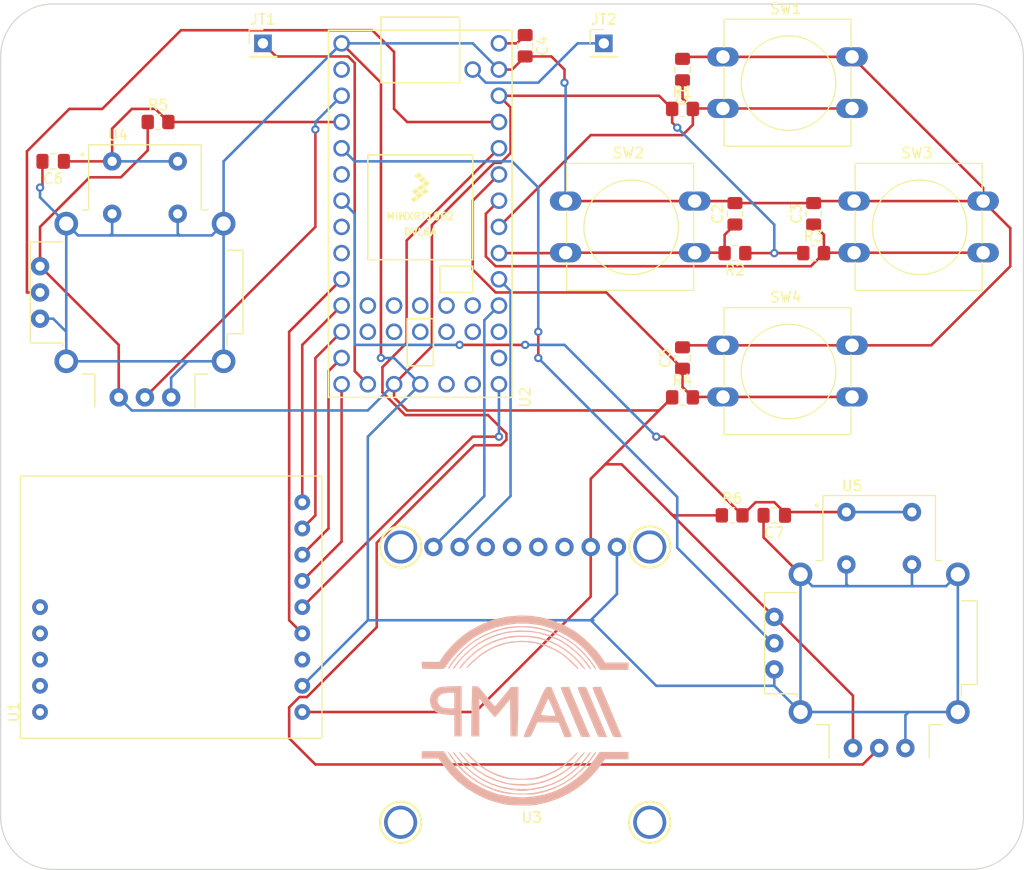
<source format=kicad_pcb>
(kicad_pcb (version 20221018) (generator pcbnew)
  (layers (0 "F.Cu" signal) (31 "B.Cu" signal) (34 "B.Paste" user) (35 "F.Paste" user) (36 "B.SilkS" user "B.Silkscreen") (37 "F.SilkS" user "F.Silkscreen") (38 "B.Mask" user) (39 "F.Mask" user) (44 "Edge.Cuts" user))
  (net 0 "")
  (net 1 "+3V3")
  (net 2 "GND")
  (net 3 "+5V")
  (net 4 "Net-(JT1-Pin_1)")
  (net 5 "Net-(JT2-Pin_1)")
  (net 6 "/LORA_INT")
  (net 7 "/LORA_SCK")
  (net 8 "/LORA_MISO")
  (net 9 "/LORA_MOSI")
  (net 10 "/LORA_CS")
  (net 11 "/LORA_RST")
  (net 17 "/JOY_LEFT_V")
  (net 18 "/JOY_LEFT_H")
  (net 19 "/JOY_LEFT_BTN")
  (net 20 "/JOY_RIGHT_V")
  (net 21 "/JOY_RIGHT_H")
  (net 22 "/JOY_RIGHT_BTN")
  (net 30 "/OLED_SDA")
  (net 31 "/OLED_SCL")
  (net 47 "/BTN_UP")
  (net 48 "/BTN_LEFT")
  (net 49 "/BTN_RIGHT")
  (net 50 "/BTN_DOWN")
  (footprint "Capacitor_SMD:C_0805_2012Metric_Pad1.18x1.45mm_HandSolder" (layer "F.Cu") (at 177.8 68.58 90)
    (fp_text reference "C2" (at 0 -1.68 90) (layer "F.SilkS"))
    (fp_text value "0.1uF")
    (pad "1" smd roundrect (at -1.0375 0 90) (size 1.175 1.45) (layers "F.Cu" "F.Paste" "F.Mask") (roundrect_rratio 0.2127659574) (net 48 "/BTN_LEFT"))
    (pad "2" smd roundrect (at 1.0375 0 90) (size 1.175 1.45) (layers "F.Cu" "F.Paste" "F.Mask") (roundrect_rratio 0.2127659574) (net 2 "GND"))
  )
  (footprint "Capacitor_SMD:C_0805_2012Metric_Pad1.18x1.45mm_HandSolder" (layer "F.Cu") (at 111.76 63.5 180)
    (fp_text reference "C6" (at 0 -1.68) (layer "F.SilkS"))
    (fp_text value "0.1uF")
    (pad "1" smd roundrect (at -1.0375 0 180) (size 1.175 1.45) (layers "F.Cu" "F.Paste" "F.Mask") (roundrect_rratio 0.2127659574) (net 19 "/JOY_LEFT_BTN"))
    (pad "2" smd roundrect (at 1.0375 0 180) (size 1.175 1.45) (layers "F.Cu" "F.Paste" "F.Mask") (roundrect_rratio 0.2127659574) (net 2 "GND"))
  )
  (footprint "128x64_OLED:128x64_OLED" (layer "F.Cu") (at 160.655 130.0625)
    (fp_text reference "U3" (at -2.54 -3 unlocked) (layer "F.SilkS"))
    (fp_text value "128x64_OLED")
    (pad "1" thru_hole circle (at -12.065 -29.21 90) (size 1.778 1.778) (drill 1) (layers "*.Cu" "*.Mask") (net 30 "/OLED_SDA"))
    (pad "2" thru_hole circle (at -9.525 -29.21 90) (size 1.778 1.778) (drill 1) (layers "*.Cu" "*.Mask") (net 31 "/OLED_SCL"))
    (pad "3" thru_hole circle (at -6.985 -29.21 90) (size 1.778 1.778) (drill 1) (layers "*.Cu" "*.Mask"))
    (pad "4" thru_hole circle (at -4.445 -29.21 90) (size 1.778 1.778) (drill 1) (layers "*.Cu" "*.Mask"))
    (pad "5" thru_hole circle (at -1.905 -29.21 90) (size 1.778 1.778) (drill 1) (layers "*.Cu" "*.Mask"))
    (pad "6" thru_hole circle (at 0.635 -29.21 90) (size 1.778 1.778) (drill 1) (layers "*.Cu" "*.Mask"))
    (pad "7" thru_hole circle (at 3.175 -29.21 90) (size 1.778 1.778) (drill 1) (layers "*.Cu" "*.Mask") (net 1 "+3V3"))
    (pad "8" thru_hole circle (at 5.715 -29.21 90) (size 1.778 1.778) (drill 1) (layers "*.Cu" "*.Mask") (net 2 "GND"))
    (pad "P$1" thru_hole circle (at -15.24 -29.21) (size 3.2 3.2) (drill 2.5) (layers "*.Cu" "*.Mask"))
    (pad "P$1" thru_hole circle (at -15.24 -2.54) (size 3.2 3.2) (drill 2.5) (layers "*.Cu" "*.Mask"))
    (pad "P$1" thru_hole circle (at 8.89 -29.21) (size 3.2 3.2) (drill 2.5) (layers "*.Cu" "*.Mask"))
    (pad "P$1" thru_hole circle (at 8.89 -2.54) (size 3.2 3.2) (drill 2.5) (layers "*.Cu" "*.Mask"))
  )
  (footprint "Resistor_SMD:R_0805_2012Metric_Pad1.20x1.40mm_HandSolder" (layer "F.Cu") (at 121.92 59.69)
    (fp_text reference "R5" (at 0 -1.65) (layer "F.SilkS"))
    (fp_text value "10k")
    (pad "1" smd roundrect (at -1 0) (size 1.2 1.4) (layers "F.Cu" "F.Paste" "F.Mask") (roundrect_rratio 0.2083333333) (net 1 "+3V3"))
    (pad "2" smd roundrect (at 1 0) (size 1.2 1.4) (layers "F.Cu" "F.Paste" "F.Mask") (roundrect_rratio 0.2083333333) (net 19 "/JOY_LEFT_BTN"))
  )
  (footprint "Connector_PinHeader_2.54mm:PinHeader_1x01_P2.54mm_Vertical" (layer "F.Cu") (at 165.1 52.07)
    (fp_text reference "JT2" (at 0 -2.33) (layer "F.SilkS"))
    (fp_text value "Conn_01x01_Male")
    (pad "1" thru_hole rect (at 0 0) (size 1.7 1.7) (drill 1) (layers "*.Cu" "*.Mask") (net 5 "Net-(JT2-Pin_1)"))
  )
  (footprint "Connector_PinHeader_2.54mm:PinHeader_1x01_P2.54mm_Vertical" (layer "F.Cu") (at 132.08 52.07)
    (fp_text reference "JT1" (at 0 -2.33) (layer "F.SilkS"))
    (fp_text value "Conn_01x01_Male")
    (pad "1" thru_hole rect (at 0 0) (size 1.7 1.7) (drill 1) (layers "*.Cu" "*.Mask") (net 4 "Net-(JT1-Pin_1)"))
  )
  (footprint "Capacitor_SMD:C_0805_2012Metric_Pad1.18x1.45mm_HandSolder" (layer "F.Cu") (at 172.72 82.55 90)
    (fp_text reference "C5" (at 0 -1.68 90) (layer "F.SilkS"))
    (fp_text value "0.1uF")
    (pad "1" smd roundrect (at -1.0375 0 90) (size 1.175 1.45) (layers "F.Cu" "F.Paste" "F.Mask") (roundrect_rratio 0.2127659574) (net 50 "/BTN_DOWN"))
    (pad "2" smd roundrect (at 1.0375 0 90) (size 1.175 1.45) (layers "F.Cu" "F.Paste" "F.Mask") (roundrect_rratio 0.2127659574) (net 2 "GND"))
  )
  (footprint "Button_Switch_THT:SW_PUSH-12mm" (layer "F.Cu") (at 176.64 81.32)
    (fp_text reference "SW4" (at 6.08 -4.66) (layer "F.SilkS"))
    (fp_text value "SW_Push")
    (pad "1" thru_hole oval (at 0 0) (size 3.048 1.85) (drill 1.3) (layers "*.Cu" "*.Mask") (net 2 "GND"))
    (pad "1" thru_hole oval (at 12.5 0) (size 3.048 1.85) (drill 1.3) (layers "*.Cu" "*.Mask") (net 2 "GND"))
    (pad "2" thru_hole oval (at 0 5) (size 3.048 1.85) (drill 1.3) (layers "*.Cu" "*.Mask") (net 50 "/BTN_DOWN"))
    (pad "2" thru_hole oval (at 12.5 5) (size 3.048 1.85) (drill 1.3) (layers "*.Cu" "*.Mask") (net 50 "/BTN_DOWN"))
  )
  (footprint "Capacitor_SMD:C_0805_2012Metric_Pad1.18x1.45mm_HandSolder" (layer "F.Cu") (at 157.48 52.3025 -90)
    (fp_text reference "C4" (at 0 -1.68 90) (layer "F.SilkS"))
    (fp_text value "0.1uF")
    (pad "1" smd roundrect (at -1.0375 0 270) (size 1.175 1.45) (layers "F.Cu" "F.Paste" "F.Mask") (roundrect_rratio 0.2127659574) (net 3 "+5V"))
    (pad "2" smd roundrect (at 1.0375 0 270) (size 1.175 1.45) (layers "F.Cu" "F.Paste" "F.Mask") (roundrect_rratio 0.2127659574) (net 2 "GND"))
  )
  (footprint "Capacitor_SMD:C_0805_2012Metric_Pad1.18x1.45mm_HandSolder" (layer "F.Cu") (at 185.42 68.58 90)
    (fp_text reference "C3" (at 0 -1.68 90) (layer "F.SilkS"))
    (fp_text value "0.1uF")
    (pad "1" smd roundrect (at -1.0375 0 90) (size 1.175 1.45) (layers "F.Cu" "F.Paste" "F.Mask") (roundrect_rratio 0.2127659574) (net 49 "/BTN_RIGHT"))
    (pad "2" smd roundrect (at 1.0375 0 90) (size 1.175 1.45) (layers "F.Cu" "F.Paste" "F.Mask") (roundrect_rratio 0.2127659574) (net 2 "GND"))
  )
  (footprint "MountingHole:MountingHole_3.2mm_M3" (layer "F.Cu") (at 200.66 53.34)
    (fp_text reference "H3" hide)
    (fp_text value "MountingHole")
    (pad "" np_thru_hole circle (at 0 0) (size 3.2 3.2) (drill 3.2) (layers "*.Cu" "*.Mask"))
  )
  (footprint "COM-09032:XDCR_COM-09032" (layer "F.Cu") (at 120.65 76.2)
    (fp_text reference "U4" (at -2.625 -15.235) (layer "F.SilkS"))
    (fp_text value "Joystick")
    (pad "B1A" thru_hole circle (at -3.175 -12.7) (size 1.778 1.778) (drill 0.9) (layers "*.Cu" "*.Mask") (net 19 "/JOY_LEFT_BTN"))
    (pad "B1B" thru_hole circle (at 3.175 -12.7) (size 1.778 1.778) (drill 0.9) (layers "*.Cu" "*.Mask") (net 19 "/JOY_LEFT_BTN"))
    (pad "B2A" thru_hole circle (at -3.175 -7.62) (size 1.778 1.778) (drill 0.9) (layers "*.Cu" "*.Mask") (net 2 "GND"))
    (pad "B2B" thru_hole circle (at 3.175 -7.62) (size 1.778 1.778) (drill 0.9) (layers "*.Cu" "*.Mask") (net 2 "GND"))
    (pad "H1" thru_hole circle (at -2.54 10.16) (size 1.778 1.778) (drill 0.889) (layers "*.Cu" "*.Mask") (net 1 "+3V3"))
    (pad "H2" thru_hole circle (at 0 10.16) (size 1.778 1.778) (drill 0.889) (layers "*.Cu" "*.Mask") (net 18 "/JOY_LEFT_H"))
    (pad "H3" thru_hole circle (at 2.54 10.16) (size 1.778 1.778) (drill 0.889) (layers "*.Cu" "*.Mask") (net 2 "GND"))
    (pad "S1" thru_hole circle (at -7.62 -6.6675) (size 2.286 2.286) (drill 1.397) (layers "*.Cu" "*.Mask") (net 2 "GND"))
    (pad "S2" thru_hole circle (at -7.62 6.6675) (size 2.286 2.286) (drill 1.397) (layers "*.Cu" "*.Mask") (net 2 "GND"))
    (pad "S3" thru_hole circle (at 7.62 6.6675) (size 2.286 2.286) (drill 1.397) (layers "*.Cu" "*.Mask") (net 2 "GND"))
    (pad "S4" thru_hole circle (at 7.62 -6.6675) (size 2.286 2.286) (drill 1.397) (layers "*.Cu" "*.Mask") (net 2 "GND"))
    (pad "V1" thru_hole circle (at -10.16 -2.54) (size 1.778 1.778) (drill 0.889) (layers "*.Cu" "*.Mask") (net 1 "+3V3"))
    (pad "V2" thru_hole circle (at -10.16 0) (size 1.778 1.778) (drill oval 0.889) (layers "*.Cu" "*.Mask") (net 17 "/JOY_LEFT_V"))
    (pad "V3" thru_hole circle (at -10.16 2.54) (size 1.778 1.778) (drill 0.889) (layers "*.Cu" "*.Mask") (net 2 "GND"))
  )
  (footprint "Button_Switch_THT:SW_PUSH-12mm" (layer "F.Cu") (at 161.4 67.35)
    (fp_text reference "SW2" (at 6.08 -4.66) (layer "F.SilkS"))
    (fp_text value "SW_Push")
    (pad "1" thru_hole oval (at 0 0) (size 3.048 1.85) (drill 1.3) (layers "*.Cu" "*.Mask") (net 2 "GND"))
    (pad "1" thru_hole oval (at 12.5 0) (size 3.048 1.85) (drill 1.3) (layers "*.Cu" "*.Mask") (net 2 "GND"))
    (pad "2" thru_hole oval (at 0 5) (size 3.048 1.85) (drill 1.3) (layers "*.Cu" "*.Mask") (net 48 "/BTN_LEFT"))
    (pad "2" thru_hole oval (at 12.5 5) (size 3.048 1.85) (drill 1.3) (layers "*.Cu" "*.Mask") (net 48 "/BTN_LEFT"))
  )
  (footprint "Button_Switch_THT:SW_PUSH-12mm" (layer "F.Cu") (at 189.34 67.35)
    (fp_text reference "SW3" (at 6.08 -4.66) (layer "F.SilkS"))
    (fp_text value "SW_Push")
    (pad "1" thru_hole oval (at 0 0) (size 3.048 1.85) (drill 1.3) (layers "*.Cu" "*.Mask") (net 2 "GND"))
    (pad "1" thru_hole oval (at 12.5 0) (size 3.048 1.85) (drill 1.3) (layers "*.Cu" "*.Mask") (net 2 "GND"))
    (pad "2" thru_hole oval (at 0 5) (size 3.048 1.85) (drill 1.3) (layers "*.Cu" "*.Mask") (net 49 "/BTN_RIGHT"))
    (pad "2" thru_hole oval (at 12.5 5) (size 3.048 1.85) (drill 1.3) (layers "*.Cu" "*.Mask") (net 49 "/BTN_RIGHT"))
  )
  (footprint "COM-09032:XDCR_COM-09032" (layer "F.Cu") (at 191.77 110.1725)
    (fp_text reference "U5" (at -2.625 -15.235) (layer "F.SilkS"))
    (fp_text value "Joystick")
    (pad "B1A" thru_hole circle (at -3.175 -12.7) (size 1.778 1.778) (drill 0.9) (layers "*.Cu" "*.Mask") (net 22 "/JOY_RIGHT_BTN"))
    (pad "B1B" thru_hole circle (at 3.175 -12.7) (size 1.778 1.778) (drill 0.9) (layers "*.Cu" "*.Mask") (net 22 "/JOY_RIGHT_BTN"))
    (pad "B2A" thru_hole circle (at -3.175 -7.62) (size 1.778 1.778) (drill 0.9) (layers "*.Cu" "*.Mask") (net 2 "GND"))
    (pad "B2B" thru_hole circle (at 3.175 -7.62) (size 1.778 1.778) (drill 0.9) (layers "*.Cu" "*.Mask") (net 2 "GND"))
    (pad "H1" thru_hole circle (at -2.54 10.16) (size 1.778 1.778) (drill 0.889) (layers "*.Cu" "*.Mask") (net 1 "+3V3"))
    (pad "H2" thru_hole circle (at 0 10.16) (size 1.778 1.778) (drill 0.889) (layers "*.Cu" "*.Mask") (net 21 "/JOY_RIGHT_H"))
    (pad "H3" thru_hole circle (at 2.54 10.16) (size 1.778 1.778) (drill 0.889) (layers "*.Cu" "*.Mask") (net 2 "GND"))
    (pad "S1" thru_hole circle (at -7.62 -6.6675) (size 2.286 2.286) (drill 1.397) (layers "*.Cu" "*.Mask") (net 2 "GND"))
    (pad "S2" thru_hole circle (at -7.62 6.6675) (size 2.286 2.286) (drill 1.397) (layers "*.Cu" "*.Mask") (net 2 "GND"))
    (pad "S3" thru_hole circle (at 7.62 6.6675) (size 2.286 2.286) (drill 1.397) (layers "*.Cu" "*.Mask") (net 2 "GND"))
    (pad "S4" thru_hole circle (at 7.62 -6.6675) (size 2.286 2.286) (drill 1.397) (layers "*.Cu" "*.Mask") (net 2 "GND"))
    (pad "V1" thru_hole circle (at -10.16 -2.54) (size 1.778 1.778) (drill 0.889) (layers "*.Cu" "*.Mask") (net 1 "+3V3"))
    (pad "V2" thru_hole circle (at -10.16 0) (size 1.778 1.778) (drill 0.889) (layers "*.Cu" "*.Mask") (net 20 "/JOY_RIGHT_V"))
    (pad "V3" thru_hole circle (at -10.16 2.54) (size 1.778 1.778) (drill 0.889) (layers "*.Cu" "*.Mask") (net 2 "GND"))
  )
  (footprint "MountingHole:MountingHole_3.2mm_M3" (layer "F.Cu") (at 111.76 127)
    (fp_text reference "H3" hide)
    (fp_text value "MountingHole")
    (pad "" np_thru_hole circle (at 0 0) (size 3.2 3.2) (drill 3.2) (layers "*.Cu" "*.Mask"))
  )
  (footprint "Button_Switch_THT:SW_PUSH-12mm" (layer "F.Cu") (at 176.64 53.38)
    (fp_text reference "SW1" (at 6.08 -4.66) (layer "F.SilkS"))
    (fp_text value "SW_Push")
    (pad "1" thru_hole oval (at 0 0) (size 3.048 1.85) (drill 1.3) (layers "*.Cu" "*.Mask") (net 2 "GND"))
    (pad "1" thru_hole oval (at 12.5 0) (size 3.048 1.85) (drill 1.3) (layers "*.Cu" "*.Mask") (net 2 "GND"))
    (pad "2" thru_hole oval (at 0 5) (size 3.048 1.85) (drill 1.3) (layers "*.Cu" "*.Mask") (net 47 "/BTN_UP"))
    (pad "2" thru_hole oval (at 12.5 5) (size 3.048 1.85) (drill 1.3) (layers "*.Cu" "*.Mask") (net 47 "/BTN_UP"))
  )
  (footprint "MountingHole:MountingHole_3.2mm_M3" (layer "F.Cu") (at 111.76 53.34)
    (fp_text reference "H3" hide)
    (fp_text value "MountingHole")
    (pad "" np_thru_hole circle (at 0 0) (size 3.2 3.2) (drill 3.2) (layers "*.Cu" "*.Mask"))
  )
  (footprint "Resistor_SMD:R_0805_2012Metric_Pad1.20x1.40mm_HandSolder" (layer "F.Cu") (at 177.8 72.39 180)
    (fp_text reference "R2" (at 0 -1.65) (layer "F.SilkS"))
    (fp_text value "10k")
    (pad "1" smd roundrect (at -1 0 180) (size 1.2 1.4) (layers "F.Cu" "F.Paste" "F.Mask") (roundrect_rratio 0.2083333333) (net 1 "+3V3"))
    (pad "2" smd roundrect (at 1 0 180) (size 1.2 1.4) (layers "F.Cu" "F.Paste" "F.Mask") (roundrect_rratio 0.2083333333) (net 48 "/BTN_LEFT"))
  )
  (footprint "RF_Module_OTHER:RFM9x_Adafruit" (layer "F.Cu") (at 110.49 116.84 90)
    (fp_text reference "U1" (at 0 -2.54 90 unlocked) (layer "F.SilkS"))
    (fp_text value "RFM9x")
    (pad "1" thru_hole circle (at 0 25.4 180) (size 1.524 1.524) (drill 0.762) (layers "*.Cu" "*.Mask") (net 1 "+3V3"))
    (pad "2" thru_hole circle (at 2.54 25.4 90) (size 1.524 1.524) (drill 0.762) (layers "*.Cu" "*.Mask") (net 2 "GND"))
    (pad "3" thru_hole circle (at 5.08 25.4 90) (size 1.524 1.524) (drill 0.762) (layers "*.Cu" "*.Mask"))
    (pad "4" thru_hole circle (at 7.62 25.4 90) (size 1.524 1.524) (drill 0.762) (layers "*.Cu" "*.Mask") (net 6 "/LORA_INT"))
    (pad "5" thru_hole circle (at 10.16 25.4 90) (size 1.524 1.524) (drill 0.762) (layers "*.Cu" "*.Mask") (net 7 "/LORA_SCK"))
    (pad "6" thru_hole circle (at 12.7 25.4 90) (size 1.524 1.524) (drill 0.762) (layers "*.Cu" "*.Mask") (net 8 "/LORA_MISO"))
    (pad "7" thru_hole circle (at 15.24 25.4 90) (size 1.524 1.524) (drill 0.762) (layers "*.Cu" "*.Mask") (net 9 "/LORA_MOSI"))
    (pad "8" thru_hole circle (at 17.78 25.4 90) (size 1.524 1.524) (drill 0.762) (layers "*.Cu" "*.Mask") (net 10 "/LORA_CS"))
    (pad "9" thru_hole circle (at 20.32 25.4 90) (size 1.524 1.524) (drill 0.762) (layers "*.Cu" "*.Mask") (net 11 "/LORA_RST"))
    (pad "10" thru_hole circle (at 0 0 90) (size 1.524 1.524) (drill 0.762) (layers "*.Cu" "*.Mask"))
    (pad "11" thru_hole circle (at 2.54 0 90) (size 1.524 1.524) (drill 0.762) (layers "*.Cu" "*.Mask"))
    (pad "12" thru_hole circle (at 5.08 0 90) (size 1.524 1.524) (drill 0.762) (layers "*.Cu" "*.Mask"))
    (pad "13" thru_hole circle (at 7.62 0 90) (size 1.524 1.524) (drill 0.762) (layers "*.Cu" "*.Mask"))
    (pad "14" thru_hole circle (at 10.16 0 90) (size 1.524 1.524) (drill 0.762) (layers "*.Cu" "*.Mask"))
  )
  (footprint "Capacitor_SMD:C_0805_2012Metric_Pad1.18x1.45mm_HandSolder" (layer "F.Cu") (at 181.61 97.79 180)
    (fp_text reference "C7" (at 0 -1.68) (layer "F.SilkS"))
    (fp_text value "0.1uF")
    (pad "1" smd roundrect (at -1.0375 0 180) (size 1.175 1.45) (layers "F.Cu" "F.Paste" "F.Mask") (roundrect_rratio 0.2127659574) (net 22 "/JOY_RIGHT_BTN"))
    (pad "2" smd roundrect (at 1.0375 0 180) (size 1.175 1.45) (layers "F.Cu" "F.Paste" "F.Mask") (roundrect_rratio 0.2127659574) (net 2 "GND"))
  )
  (footprint "teensy:Teensy40" (layer "F.Cu") (at 147.32 68.58 -90)
    (fp_text reference "U2" (at 17.78 -10.16 90) (layer "F.SilkS"))
    (fp_text value "Teensy4.0")
    (fp_text user "DVL6A" (at 1.778 0) (layer "F.SilkS") (effects (font (size 0.7 0.7))))
    (fp_text user "MIMXRT1062" (at 0.254 0) (layer "F.SilkS") (effects (font (size 0.7 0.7))))
    (pad "1" thru_hole circle (at -16.51 7.62 270) (size 1.6 1.6) (drill 1.1) (layers "*.Cu" "*.Mask") (net 2 "GND"))
    (pad "2" thru_hole circle (at -13.97 7.62 270) (size 1.6 1.6) (drill 1.1) (layers "*.Cu" "*.Mask"))
    (pad "3" thru_hole circle (at -11.43 7.62 270) (size 1.6 1.6) (drill 1.1) (layers "*.Cu" "*.Mask") (net 18 "/JOY_LEFT_H"))
    (pad "4" thru_hole circle (at -8.89 7.62 270) (size 1.6 1.6) (drill 1.1) (layers "*.Cu" "*.Mask") (net 19 "/JOY_LEFT_BTN"))
    (pad "5" thru_hole circle (at -6.35 7.62 270) (size 1.6 1.6) (drill 1.1) (layers "*.Cu" "*.Mask") (net 20 "/JOY_RIGHT_V"))
    (pad "6" thru_hole circle (at -3.81 7.62 270) (size 1.6 1.6) (drill 1.1) (layers "*.Cu" "*.Mask"))
    (pad "7" thru_hole circle (at -1.27 7.62 270) (size 1.6 1.6) (drill 1.1) (layers "*.Cu" "*.Mask") (net 22 "/JOY_RIGHT_BTN"))
    (pad "8" thru_hole circle (at 1.27 7.62 270) (size 1.6 1.6) (drill 1.1) (layers "*.Cu" "*.Mask"))
    (pad "9" thru_hole circle (at 3.81 7.62 270) (size 1.6 1.6) (drill 1.1) (layers "*.Cu" "*.Mask"))
    (pad "10" thru_hole circle (at 6.35 7.62 270) (size 1.6 1.6) (drill 1.1) (layers "*.Cu" "*.Mask") (net 6 "/LORA_INT"))
    (pad "11" thru_hole circle (at 8.89 7.62 270) (size 1.6 1.6) (drill 1.1) (layers "*.Cu" "*.Mask") (net 11 "/LORA_RST"))
    (pad "12" thru_hole circle (at 11.43 7.62 270) (size 1.6 1.6) (drill 1.1) (layers "*.Cu" "*.Mask") (net 10 "/LORA_CS"))
    (pad "13" thru_hole circle (at 13.97 7.62 270) (size 1.6 1.6) (drill 1.1) (layers "*.Cu" "*.Mask") (net 9 "/LORA_MOSI"))
    (pad "14" thru_hole circle (at 16.51 7.62 270) (size 1.6 1.6) (drill 1.1) (layers "*.Cu" "*.Mask") (net 8 "/LORA_MISO"))
    (pad "15" thru_hole circle (at 16.51 5.08 270) (size 1.6 1.6) (drill 1.1) (layers "*.Cu" "*.Mask") (net 4 "Net-(JT1-Pin_1)"))
    (pad "16" thru_hole circle (at 16.51 2.54 270) (size 1.6 1.6) (drill 1.1) (layers "*.Cu" "*.Mask") (net 1 "+3V3"))
    (pad "17" thru_hole circle (at 16.51 0 270) (size 1.6 1.6) (drill 1.1) (layers "*.Cu" "*.Mask") (net 2 "GND"))
    (pad "18" thru_hole circle (at 16.51 -2.54 270) (size 1.6 1.6) (drill 1.1) (layers "*.Cu" "*.Mask"))
    (pad "19" thru_hole circle (at 16.51 -5.08 270) (size 1.6 1.6) (drill 1.1) (layers "*.Cu" "*.Mask"))
    (pad "20" thru_hole circle (at 16.51 -7.62 270) (size 1.6 1.6) (drill 1.1) (layers "*.Cu" "*.Mask") (net 7 "/LORA_SCK"))
    (pad "21" thru_hole circle (at 13.97 -7.62 270) (size 1.6 1.6) (drill 1.1) (layers "*.Cu" "*.Mask"))
    (pad "22" thru_hole circle (at 11.43 -7.62 270) (size 1.6 1.6) (drill 1.1) (layers "*.Cu" "*.Mask"))
    (pad "23" thru_hole circle (at 8.89 -7.62 270) (size 1.6 1.6) (drill 1.1) (layers "*.Cu" "*.Mask") (net 30 "/OLED_SDA"))
    (pad "24" thru_hole circle (at 6.35 -7.62 270) (size 1.6 1.6) (drill 1.1) (layers "*.Cu" "*.Mask") (net 31 "/OLED_SCL"))
    (pad "25" thru_hole circle (at 3.81 -7.62 270) (size 1.6 1.6) (drill 1.1) (layers "*.Cu" "*.Mask") (net 48 "/BTN_LEFT"))
    (pad "26" thru_hole circle (at 1.27 -7.62 270) (size 1.6 1.6) (drill 1.1) (layers "*.Cu" "*.Mask") (net 47 "/BTN_UP"))
    (pad "27" thru_hole circle (at -1.27 -7.62 270) (size 1.6 1.6) (drill 1.1) (layers "*.Cu" "*.Mask") (net 49 "/BTN_RIGHT"))
    (pad "28" thru_hole circle (at -3.81 -7.62 270) (size 1.6 1.6) (drill 1.1) (layers "*.Cu" "*.Mask") (net 50 "/BTN_DOWN"))
    (pad "29" thru_hole circle (at -6.35 -7.62 270) (size 1.6 1.6) (drill 1.1) (layers "*.Cu" "*.Mask") (net 21 "/JOY_RIGHT_H"))
    (pad "30" thru_hole circle (at -8.89 -7.62 270) (size 1.6 1.6) (drill 1.1) (layers "*.Cu" "*.Mask") (net 17 "/JOY_LEFT_V"))
    (pad "31" thru_hole circle (at -11.43 -7.62 270) (size 1.6 1.6) (drill 1.1) (layers "*.Cu" "*.Mask") (net 1 "+3V3"))
    (pad "32" thru_hole circle (at -13.97 -7.62 270) (size 1.6 1.6) (drill 1.1) (layers "*.Cu" "*.Mask") (net 2 "GND"))
    (pad "33" thru_hole circle (at -16.51 -7.62 270) (size 1.6 1.6) (drill 1.1) (layers "*.Cu" "*.Mask") (net 3 "+5V"))
    (pad "34" thru_hole circle (at -13.97 -5.08 270) (size 1.6 1.6) (drill 1.1) (layers "*.Cu" "*.Mask") (net 5 "Net-(JT2-Pin_1)"))
    (pad "35" thru_hole circle (at 11.43 -5.08 270) (size 1.6 1.6) (drill 1.1) (layers "*.Cu" "*.Mask"))
    (pad "36" thru_hole circle (at 8.89 -5.08 270) (size 1.6 1.6) (drill 1.1) (layers "*.Cu" "*.Mask"))
    (pad "37" thru_hole circle (at 11.43 -2.54 270) (size 1.6 1.6) (drill 1.1) (layers "*.Cu" "*.Mask"))
    (pad "38" thru_hole circle (at 8.89 -2.54 270) (size 1.6 1.6) (drill 1.1) (layers "*.Cu" "*.Mask"))
    (pad "39" thru_hole circle (at 11.43 0 270) (size 1.6 1.6) (drill 1.1) (layers "*.Cu" "*.Mask"))
    (pad "40" thru_hole circle (at 8.89 0 270) (size 1.6 1.6) (drill 1.1) (layers "*.Cu" "*.Mask"))
    (pad "41" thru_hole circle (at 11.43 2.54 270) (size 1.6 1.6) (drill 1.1) (layers "*.Cu" "*.Mask"))
    (pad "42" thru_hole circle (at 8.89 2.54 270) (size 1.6 1.6) (drill 1.1) (layers "*.Cu" "*.Mask"))
    (pad "43" thru_hole circle (at 11.43 5.08 270) (size 1.6 1.6) (drill 1.1) (layers "*.Cu" "*.Mask"))
    (pad "44" thru_hole circle (at 8.89 5.08 270) (size 1.6 1.6) (drill 1.1) (layers "*.Cu" "*.Mask"))
  )
  (footprint "MountingHole:MountingHole_3.2mm_M3" (layer "F.Cu") (at 200.66 127)
    (fp_text reference "H3" hide)
    (fp_text value "MountingHole")
    (pad "" np_thru_hole circle (at 0 0) (size 3.2 3.2) (drill 3.2) (layers "*.Cu" "*.Mask"))
  )
  (footprint "Resistor_SMD:R_0805_2012Metric_Pad1.20x1.40mm_HandSolder" (layer "F.Cu") (at 172.72 86.36)
    (fp_text reference "R4" (at 0 -1.65) (layer "F.SilkS"))
    (fp_text value "10k")
    (pad "1" smd roundrect (at -1 0) (size 1.2 1.4) (layers "F.Cu" "F.Paste" "F.Mask") (roundrect_rratio 0.2083333333) (net 1 "+3V3"))
    (pad "2" smd roundrect (at 1 0) (size 1.2 1.4) (layers "F.Cu" "F.Paste" "F.Mask") (roundrect_rratio 0.2083333333) (net 50 "/BTN_DOWN"))
  )
  (footprint "Capacitor_SMD:C_0805_2012Metric_Pad1.18x1.45mm_HandSolder" (layer "F.Cu") (at 172.72 54.61 90)
    (fp_text reference "C1" (at -2.54 0 90) (layer "F.SilkS"))
    (fp_text value "0.1uF")
    (pad "1" smd roundrect (at -1.0375 0 90) (size 1.175 1.45) (layers "F.Cu" "F.Paste" "F.Mask") (roundrect_rratio 0.2127659574) (net 47 "/BTN_UP"))
    (pad "2" smd roundrect (at 1.0375 0 90) (size 1.175 1.45) (layers "F.Cu" "F.Paste" "F.Mask") (roundrect_rratio 0.2127659574) (net 2 "GND"))
  )
  (footprint "Resistor_SMD:R_0805_2012Metric_Pad1.20x1.40mm_HandSolder" (layer "F.Cu") (at 177.53 97.79)
    (fp_text reference "R6" (at 0 -1.65) (layer "F.SilkS"))
    (fp_text value "10k")
    (pad "1" smd roundrect (at -1 0) (size 1.2 1.4) (layers "F.Cu" "F.Paste" "F.Mask") (roundrect_rratio 0.2083333333) (net 1 "+3V3"))
    (pad "2" smd roundrect (at 1 0) (size 1.2 1.4) (layers "F.Cu" "F.Paste" "F.Mask") (roundrect_rratio 0.2083333333) (net 22 "/JOY_RIGHT_BTN"))
  )
  (footprint "Resistor_SMD:R_0805_2012Metric_Pad1.20x1.40mm_HandSolder" (layer "F.Cu") (at 185.42 72.39)
    (fp_text reference "R3" (at 0 -1.65) (layer "F.SilkS"))
    (fp_text value "10k")
    (pad "1" smd roundrect (at -1 0) (size 1.2 1.4) (layers "F.Cu" "F.Paste" "F.Mask") (roundrect_rratio 0.2083333333) (net 1 "+3V3"))
    (pad "2" smd roundrect (at 1 0) (size 1.2 1.4) (layers "F.Cu" "F.Paste" "F.Mask") (roundrect_rratio 0.2083333333) (net 49 "/BTN_RIGHT"))
  )
  (footprint "Resistor_SMD:R_0805_2012Metric_Pad1.20x1.40mm_HandSolder" (layer "F.Cu") (at 172.72 58.42)
    (fp_text reference "R1" (at 0 -1.65) (layer "F.SilkS"))
    (fp_text value "10k")
    (pad "1" smd roundrect (at -1 0) (size 1.2 1.4) (layers "F.Cu" "F.Paste" "F.Mask") (roundrect_rratio 0.2083333333) (net 1 "+3V3"))
    (pad "2" smd roundrect (at 1 0) (size 1.2 1.4) (layers "F.Cu" "F.Paste" "F.Mask") (roundrect_rratio 0.2083333333) (net 47 "/BTN_UP"))
  )
  (footprint "AMP:Logo" (layer "B.Cu") (at 157.48 116.84 180)
    (fp_text reference "U2" hide)
    (fp_text value "Logo" hide)
  )
  (gr_line (start 200.66 132.08) (end 111.76 132.08) (stroke (width 0.1)) (layer "Edge.Cuts"))
  (gr_arc (start 111.76 132.08) (mid 108.167898 130.592102) (end 106.68 127) (stroke (width 0.1)) (layer "Edge.Cuts"))
  (gr_arc (start 205.74 127) (mid 204.252102 130.592102) (end 200.66 132.08) (stroke (width 0.1)) (layer "Edge.Cuts"))
  (gr_line (start 106.68 127) (end 106.68 53.34) (stroke (width 0.1)) (layer "Edge.Cuts"))
  (gr_line (start 111.76 48.26) (end 200.66 48.26) (stroke (width 0.1)) (layer "Edge.Cuts"))
  (gr_arc (start 106.68 53.34) (mid 108.167898 49.747898) (end 111.76 48.26) (stroke (width 0.1)) (layer "Edge.Cuts"))
  (gr_arc (start 200.66 48.26) (mid 204.252102 49.747898) (end 205.74 53.34) (stroke (width 0.1)) (layer "Edge.Cuts"))
  (gr_line (start 205.74 53.34) (end 205.74 127) (stroke (width 0.1)) (layer "Edge.Cuts"))
  (segment (start 144.78 85.09) (end 148.445 81.425) (width 0.25) (layer "F.Cu") (net 1))
  (segment (start 120.92 62.445023) (end 120.92 59.69) (width 0.25) (layer "F.Cu") (net 1))
  (segment (start 171.72 58.42) (end 171.72 59.7478) (width 0.25) (layer "F.Cu") (net 1))
  (segment (start 163.83 94.25) (end 165.235 92.845) (width 0.25) (layer "F.Cu") (net 1))
  (segment (start 110.49 73.66) (end 110.49 69.85) (width 0.25) (layer "F.Cu") (net 1))
  (segment (start 165.235 92.845) (end 170.45 87.63) (width 0.25) (layer "F.Cu") (net 1))
  (segment (start 144.78 86.36) (end 144.78 85.09) (width 0.25) (layer "F.Cu") (net 1))
  (segment (start 171.72 86.36) (end 170.45 87.63) (width 0.25) (layer "F.Cu") (net 1))
  (segment (start 146.05 87.63) (end 144.78 86.36) (width 0.25) (layer "F.Cu") (net 1))
  (segment (start 163.83 100.8525) (end 163.83 94.25) (width 0.25) (layer "F.Cu") (net 1))
  (segment (start 118.320001 65.045022) (end 120.92 62.445023) (width 0.25) (layer "F.Cu") (net 1))
  (segment (start 166.8225 92.845) (end 165.235 92.845) (width 0.25) (layer "F.Cu") (net 1))
  (segment (start 156.065 62.695991) (end 156.065 58.275) (width 0.25) (layer "F.Cu") (net 1))
  (segment (start 189.23 115.2525) (end 181.61 107.6325) (width 0.25) (layer "F.Cu") (net 1))
  (segment (start 176.53 97.79) (end 171.7675 97.79) (width 0.25) (layer "F.Cu") (net 1))
  (segment (start 156.065 58.275) (end 154.94 57.15) (width 0.25) (layer "F.Cu") (net 1))
  (segment (start 152.65 116.84) (end 135.89 116.84) (width 0.25) (layer "F.Cu") (net 1))
  (segment (start 171.60875 97.63125) (end 166.8225 92.845) (width 0.25) (layer "F.Cu") (net 1))
  (segment (start 110.49 69.85) (end 115.294978 65.045022) (width 0.25) (layer "F.Cu") (net 1))
  (segment (start 181.61 72.39) (end 178.8 72.39) (width 0.25) (layer "F.Cu") (net 1))
  (segment (start 154.474009 63.645) (end 155.115991 63.645) (width 0.25) (layer "F.Cu") (net 1))
  (segment (start 171.72 59.7478) (end 172.2077 60.2355) (width 0.25) (layer "F.Cu") (net 1))
  (segment (start 171.7675 97.79) (end 171.60875 97.63125) (width 0.25) (layer "F.Cu") (net 1))
  (segment (start 163.83 105.66) (end 152.65 116.84) (width 0.25) (layer "F.Cu") (net 1))
  (segment (start 170.45 87.63) (end 146.05 87.63) (width 0.25) (layer "F.Cu") (net 1))
  (segment (start 115.294978 65.045022) (end 118.320001 65.045022) (width 0.25) (layer "F.Cu") (net 1))
  (segment (start 189.23 120.3325) (end 189.23 115.2525) (width 0.25) (layer "F.Cu") (net 1))
  (segment (start 148.445 69.674009) (end 154.474009 63.645) (width 0.25) (layer "F.Cu") (net 1))
  (segment (start 148.445 81.425) (end 148.445 69.674009) (width 0.25) (layer "F.Cu") (net 1))
  (segment (start 181.61 107.6325) (end 171.60875 97.63125) (width 0.25) (layer "F.Cu") (net 1))
  (segment (start 118.11 81.28) (end 118.11 86.36) (width 0.25) (layer "F.Cu") (net 1))
  (segment (start 170.45 57.15) (end 171.72 58.42) (width 0.25) (layer "F.Cu") (net 1))
  (segment (start 184.42 72.39) (end 181.61 72.39) (width 0.25) (layer "F.Cu") (net 1))
  (segment (start 110.49 73.66) (end 118.11 81.28) (width 0.25) (layer "F.Cu") (net 1))
  (segment (start 163.83 100.8525) (end 163.83 105.66) (width 0.25) (layer "F.Cu") (net 1))
  (segment (start 154.94 57.15) (end 170.45 57.15) (width 0.25) (layer "F.Cu") (net 1))
  (segment (start 155.115991 63.645) (end 156.065 62.695991) (width 0.25) (layer "F.Cu") (net 1))
  (via (at 172.2077 60.2355) (size 0.8) (drill 0.4) (layers "F.Cu" "B.Cu") (net 1))
  (via (at 181.61 72.39) (size 0.8) (drill 0.4) (layers "F.Cu" "B.Cu") (net 1))
  (segment (start 181.61 69.6378) (end 181.61 72.39) (width 0.25) (layer "B.Cu") (net 1))
  (segment (start 144.78 85.09) (end 142.24 87.63) (width 0.25) (layer "B.Cu") (net 1))
  (segment (start 172.2077 60.2355) (end 181.61 69.6378) (width 0.25) (layer "B.Cu") (net 1))
  (segment (start 119.38 87.63) (end 118.11 86.36) (width 0.25) (layer "B.Cu") (net 1))
  (segment (start 142.24 87.63) (end 119.38 87.63) (width 0.25) (layer "B.Cu") (net 1))
  (segment (start 156.21 54.61) (end 157.48 53.34) (width 0.25) (layer "F.Cu") (net 2))
  (segment (start 177.6075 67.35) (end 173.9 67.35) (width 0.25) (layer "F.Cu") (net 2))
  (segment (start 196.81 81.32) (end 204.47 73.66) (width 0.25) (layer "F.Cu") (net 2))
  (segment (start 177.8 67.5425) (end 177.6075 67.35) (width 0.25) (layer "F.Cu") (net 2))
  (segment (start 143.51 82.55) (end 143.51 55.88) (width 0.25) (layer "F.Cu") (net 2))
  (segment (start 201.84 67.35) (end 201.84 66.08) (width 0.25) (layer "F.Cu") (net 2))
  (segment (start 176.64 53.38) (end 189.14 53.38) (width 0.25) (layer "F.Cu") (net 2))
  (segment (start 143.51 55.88) (end 139.7 52.07) (width 0.25) (layer "F.Cu") (net 2))
  (segment (start 110.7225 63.5) (end 110.7225 65.8075) (width 0.25) (layer "F.Cu") (net 2))
  (segment (start 204.47 69.98) (end 201.84 67.35) (width 0.25) (layer "F.Cu") (net 2))
  (segment (start 201.84 66.08) (end 189.14 53.38) (width 0.25) (layer "F.Cu") (net 2))
  (segment (start 154.94 54.61) (end 156.21 54.61) (width 0.25) (layer "F.Cu") (net 2))
  (segment (start 172.9125 53.38) (end 176.64 53.38) (width 0.25) (layer "F.Cu") (net 2))
  (segment (start 172.72 81.5125) (end 172.9125 81.32) (width 0.25) (layer "F.Cu") (net 2))
  (segment (start 189.34 67.35) (end 201.84 67.35) (width 0.25) (layer "F.Cu") (net 2))
  (segment (start 185.42 67.5425) (end 185.6125 67.35) (width 0.25) (layer "F.Cu") (net 2))
  (segment (start 173.9 67.35) (end 161.4 67.35) (width 0.25) (layer "F.Cu") (net 2))
  (segment (start 177.8 67.5425) (end 185.42 67.5425) (width 0.25) (layer "F.Cu") (net 2))
  (segment (start 185.6125 67.35) (end 189.34 67.35) (width 0.25) (layer "F.Cu") (net 2))
  (segment (start 176.64 81.32) (end 189.14 81.32) (width 0.25) (layer "F.Cu") (net 2))
  (segment (start 157.48 53.34) (end 160.02 53.34) (width 0.25) (layer "F.Cu") (net 2))
  (segment (start 172.9125 81.32) (end 176.64 81.32) (width 0.25) (layer "F.Cu") (net 2))
  (segment (start 184.15 103.505) (end 180.5725 99.9275) (width 0.25) (layer "F.Cu") (net 2))
  (segment (start 189.14 81.32) (end 196.81 81.32) (width 0.25) (layer "F.Cu") (net 2))
  (segment (start 172.72 53.5725) (end 172.9125 53.38) (width 0.25) (layer "F.Cu") (net 2))
  (segment (start 204.47 73.66) (end 204.47 69.98) (width 0.25) (layer "F.Cu") (net 2))
  (segment (start 180.5725 99.9275) (end 180.5725 97.79) (width 0.25) (layer "F.Cu") (net 2))
  (segment (start 110.7225 65.8075) (end 110.49 66.04) (width 0.25) (layer "F.Cu") (net 2))
  (segment (start 161.29 54.61) (end 161.29 55.88) (width 0.25) (layer "F.Cu") (net 2))
  (segment (start 160.02 53.34) (end 161.29 54.61) (width 0.25) (layer "F.Cu") (net 2))
  (via (at 110.49 66.04) (size 0.8) (drill 0.4) (layers "F.Cu" "B.Cu") (net 2))
  (via (at 161.29 55.88) (size 0.8) (drill 0.4) (layers "F.Cu" "B.Cu") (net 2))
  (via (at 143.51 82.55) (size 0.8) (drill 0.4) (layers "F.Cu" "B.Cu") (net 2))
  (segment (start 184.15 103.505) (end 184.15 116.84) (width 0.25) (layer "B.Cu") (net 2))
  (segment (start 139.7 52.07) (end 128.27 63.5) (width 0.25) (layer "B.Cu") (net 2))
  (segment (start 161.4 55.99) (end 161.4 67.35) (width 0.25) (layer "B.Cu") (net 2))
  (segment (start 147.32 85.09) (end 144.78 82.55) (width 0.25) (layer "B.Cu") (net 2))
  (segment (start 199.39 103.505) (end 198.247 104.648) (width 0.25) (layer "B.Cu") (net 2))
  (segment (start 170.18 114.3) (end 163.83 107.95) (width 0.25) (layer "B.Cu") (net 2))
  (segment (start 181.61 114.3) (end 170.18 114.3) (width 0.25) (layer "B.Cu") (net 2))
  (segment (start 117.475 68.58) (end 117.475 70.485) (width 0.25) (layer "B.Cu") (net 2))
  (segment (start 194.31 120.3325) (end 194.31 117.1575) (width 0.25) (layer "B.Cu") (net 2))
  (segment (start 188.595 104.4575) (end 188.7855 104.648) (width 0.25) (layer "B.Cu") (net 2))
  (segment (start 199.39 116.84) (end 199.39 103.505) (width 0.25) (layer "B.Cu") (net 2))
  (segment (start 184.15 116.84) (end 194.6275 116.84) (width 0.25) (layer "B.Cu") (net 2))
  (segment (start 164.08 107.95) (end 142.24 107.95) (width 0.25) (layer "B.Cu") (net 2))
  (segment (start 194.31 117.1575) (end 194.6275 116.84) (width 0.25) (layer "B.Cu") (net 2))
  (segment (start 184.15 116.84) (end 181.61 114.3) (width 0.25) (layer "B.Cu") (net 2))
  (segment (start 127.127 70.6755) (end 124.0155 70.6755) (width 0.25) (layer "B.Cu") (net 2))
  (segment (start 123.19 84.455) (end 124.7775 82.8675) (width 0.25) (layer "B.Cu") (net 2))
  (segment (start 142.24 107.95) (end 135.89 114.3) (width 0.25) (layer "B.Cu") (net 2))
  (segment (start 123.825 68.58) (end 123.825 70.485) (width 0.25) (layer "B.Cu") (net 2))
  (segment (start 147.32 85.09) (end 142.24 90.17) (width 0.25) (layer "B.Cu") (net 2))
  (segment (start 123.19 86.36) (end 123.19 84.455) (width 0.25) (layer "B.Cu") (net 2))
  (segment (start 110.49 78.74) (end 111.76 78.74) (width 0.25) (layer "B.Cu") (net 2))
  (segment (start 142.24 90.17) (end 142.24 107.95) (width 0.25) (layer "B.Cu") (net 2))
  (segment (start 139.7 52.07) (end 152.4 52.07) (width 0.25) (layer "B.Cu") (net 2))
  (segment (start 124.0155 70.6755) (end 117.2845 70.6755) (width 0.25) (layer "B.Cu") (net 2))
  (segment (start 114.173 70.6755) (end 113.03 69.5325) (width 0.25) (layer "B.Cu") (net 2))
  (segment (start 188.595 102.5525) (end 188.595 104.4575) (width 0.25) (layer "B.Cu") (net 2))
  (segment (start 195.072 104.648) (end 188.7855 104.648) (width 0.25) (layer "B.Cu") (net 2))
  (segment (start 128.27 69.5325) (end 128.27 82.8675) (width 0.25) (layer "B.Cu") (net 2))
  (segment (start 166.37 105.41) (end 163.83 107.95) (width 0.25) (layer "B.Cu") (net 2))
  (segment (start 111.76 78.74) (end 113.03 80.01) (width 0.25) (layer "B.Cu") (net 2))
  (segment (start 185.293 104.648) (end 184.15 103.505) (width 0.25) (layer "B.Cu") (net 2))
  (segment (start 188.7855 104.648) (end 185.293 104.648) (width 0.25) (layer "B.Cu") (net 2))
  (segment (start 198.247 104.648) (end 195.072 104.648) (width 0.25) (layer "B.Cu") (net 2))
  (segment (start 194.945 104.521) (end 195.072 104.648) (width 0.25) (layer "B.Cu") (net 2))
  (segment (start 117.2845 70.6755) (end 114.173 70.6755) (width 0.25) (layer "B.Cu") (net 2))
  (segment (start 123.825 70.485) (end 124.0155 70.6755) (width 0.25) (layer "B.Cu") (net 2))
  (segment (start 110.49 66.9925) (end 113.03 69.5325) (width 0.25) (layer "B.Cu") (net 2))
  (segment (start 128.27 63.5) (end 128.27 69.5325) (width 0.25) (layer "B.Cu") (net 2))
  (segment (start 117.475 70.485) (end 117.2845 70.6755) (width 0.25) (layer "B.Cu") (net 2))
  (segment (start 194.6275 116.84) (end 199.39 116.84) (width 0.25) (layer "B.Cu") (net 2))
  (segment (start 110.49 66.04) (end 110.49 66.9925) (width 0.25) (layer "B.Cu") (net 2))
  (segment (start 166.37 100.8525) (end 166.37 105.41) (width 0.25) (layer "B.Cu") (net 2))
  (segment (start 113.03 69.5325) (end 113.03 82.8675) (width 0.25) (layer "B.Cu") (net 2))
  (segment (start 181.61 114.3) (end 181.61 112.7125) (width 0.25) (layer "B.Cu") (net 2))
  (segment (start 128.27 69.5325) (end 127.127 70.6755) (width 0.25) (layer "B.Cu") (net 2))
  (segment (start 144.78 82.55) (end 143.51 82.55) (width 0.25) (layer "B.Cu") (net 2))
  (segment (start 152.4 52.07) (end 154.94 54.61) (width 0.25) (layer "B.Cu") (net 2))
  (segment (start 194.945 102.5525) (end 194.945 104.521) (width 0.25) (layer "B.Cu") (net 2))
  (segment (start 124.7775 82.8675) (end 128.27 82.8675) (width 0.25) (layer "B.Cu") (net 2))
  (segment (start 113.03 82.8675) (end 124.7775 82.8675) (width 0.25) (layer "B.Cu") (net 2))
  (segment (start 161.29 55.88) (end 161.4 55.99) (width 0.25) (layer "B.Cu") (net 2))
  (segment (start 156.675 52.07) (end 157.48 51.265) (width 0.25) (layer "F.Cu") (net 3))
  (segment (start 154.94 52.07) (end 156.675 52.07) (width 0.25) (layer "F.Cu") (net 3))
  (segment (start 140.97 53.976396) (end 140.97 83.82) (width 0.25) (layer "F.Cu") (net 4))
  (segment (start 140.97 83.82) (end 142.24 85.09) (width 0.25) (layer "F.Cu") (net 4))
  (segment (start 132.08 52.07) (end 133.35 53.34) (width 0.25) (layer "F.Cu") (net 4))
  (segment (start 140.333604 53.34) (end 140.97 53.976396) (width 0.25) (layer "F.Cu") (net 4))
  (segment (start 133.35 53.34) (end 140.333604 53.34) (width 0.25) (layer "F.Cu") (net 4))
  (segment (start 152.4 54.61) (end 153.67 55.88) (width 0.25) (layer "B.Cu") (net 5))
  (segment (start 153.67 55.88) (end 158.75 55.88) (width 0.25) (layer "B.Cu") (net 5))
  (segment (start 158.75 55.88) (end 162.56 52.07) (width 0.25) (layer "B.Cu") (net 5))
  (segment (start 162.56 52.07) (end 165.1 52.07) (width 0.25) (layer "B.Cu") (net 5))
  (segment (start 135.89 109.22) (end 134.62 107.95) (width 0.25) (layer "F.Cu") (net 6))
  (segment (start 134.62 80.01) (end 139.7 74.93) (width 0.25) (layer "F.Cu") (net 6))
  (segment (start 134.62 107.95) (end 134.62 80.01) (width 0.25) (layer "F.Cu") (net 6))
  (segment (start 152.4 90.17) (end 135.89 106.68) (width 0.25) (layer "F.Cu") (net 7))
  (segment (start 154.94 90.17) (end 152.4 90.17) (width 0.25) (layer "F.Cu") (net 7))
  (via (at 154.94 90.17) (size 0.8) (drill 0.4) (layers "F.Cu" "B.Cu") (net 7))
  (segment (start 154.94 85.09) (end 154.94 90.17) (width 0.25) (layer "B.Cu") (net 7))
  (segment (start 135.89 104.14) (end 139.7 100.33) (width 0.25) (layer "F.Cu") (net 8))
  (segment (start 139.7 100.33) (end 139.7 85.09) (width 0.25) (layer "F.Cu") (net 8))
  (segment (start 135.89 101.6) (end 138.43 99.06) (width 0.25) (layer "F.Cu") (net 9))
  (segment (start 138.43 99.06) (end 138.43 83.82) (width 0.25) (layer "F.Cu") (net 9))
  (segment (start 138.43 83.82) (end 139.7 82.55) (width 0.25) (layer "F.Cu") (net 9))
  (segment (start 137.16 82.55) (end 137.16 97.79) (width 0.25) (layer "F.Cu") (net 10))
  (segment (start 137.16 97.79) (end 135.89 99.06) (width 0.25) (layer "F.Cu") (net 10))
  (segment (start 139.7 80.01) (end 137.16 82.55) (width 0.25) (layer "F.Cu") (net 10))
  (segment (start 135.89 81.28) (end 139.7 77.47) (width 0.25) (layer "F.Cu") (net 11))
  (segment (start 135.89 96.52) (end 135.89 81.28) (width 0.25) (layer "F.Cu") (net 11))
  (segment (start 142.68 50.8) (end 144.78 52.9) (width 0.25) (layer "F.Cu") (net 17))
  (segment (start 144.78 52.9) (end 144.78 58.42) (width 0.25) (layer "F.Cu") (net 17))
  (segment (start 110.49 76.2) (end 109.22 76.2) (width 0.25) (layer "F.Cu") (net 17))
  (segment (start 109.22 76.2) (end 109.22 62.53) (width 0.25) (layer "F.Cu") (net 17))
  (segment (start 146.05 59.69) (end 154.94 59.69) (width 0.25) (layer "F.Cu") (net 17))
  (segment (start 113.33 58.42) (end 116.52 58.42) (width 0.25) (layer "F.Cu") (net 17))
  (segment (start 124.14 50.8) (end 142.68 50.8) (width 0.25) (layer "F.Cu") (net 17))
  (segment (start 109.22 62.53) (end 113.33 58.42) (width 0.25) (layer "F.Cu") (net 17))
  (segment (start 116.52 58.42) (end 124.14 50.8) (width 0.25) (layer "F.Cu") (net 17))
  (segment (start 144.78 58.42) (end 146.05 59.69) (width 0.25) (layer "F.Cu") (net 17))
  (segment (start 137.16 69.85) (end 137.16 60.4145) (width 0.25) (layer "F.Cu") (net 18))
  (segment (start 120.65 86.36) (end 137.16 69.85) (width 0.25) (layer "F.Cu") (net 18))
  (via (at 137.16 60.4145) (size 0.8) (drill 0.4) (layers "F.Cu" "B.Cu") (net 18))
  (segment (start 137.16 60.4145) (end 137.16 59.69) (width 0.25) (layer "B.Cu") (net 18))
  (segment (start 137.16 59.69) (end 139.7 57.15) (width 0.25) (layer "B.Cu") (net 18))
  (segment (start 121.65 58.42) (end 122.92 59.69) (width 0.25) (layer "F.Cu") (net 19))
  (segment (start 119.38 58.42) (end 121.65 58.42) (width 0.25) (layer "F.Cu") (net 19))
  (segment (start 117.475 63.5) (end 117.475 60.325) (width 0.25) (layer "F.Cu") (net 19))
  (segment (start 122.92 59.69) (end 139.7 59.69) (width 0.25) (layer "F.Cu") (net 19))
  (segment (start 112.7975 63.5) (end 117.475 63.5) (width 0.25) (layer "F.Cu") (net 19))
  (segment (start 117.475 60.325) (end 119.38 58.42) (width 0.25) (layer "F.Cu") (net 19))
  (segment (start 123.825 63.5) (end 117.475 63.5) (width 0.25) (layer "B.Cu") (net 19))
  (segment (start 158.75 82.55) (end 158.75 80.01) (width 0.25) (layer "F.Cu") (net 20))
  (via (at 158.75 80.01) (size 0.8) (drill 0.4) (layers "F.Cu" "B.Cu") (net 20))
  (via (at 158.75 82.55) (size 0.8) (drill 0.4) (layers "F.Cu" "B.Cu") (net 20))
  (segment (start 139.7 62.23) (end 140.97 63.5) (width 0.25) (layer "B.Cu") (net 20))
  (segment (start 172.21 96.01) (end 158.75 82.55) (width 0.25) (layer "B.Cu") (net 20))
  (segment (start 181.61 110.1725) (end 181.45125 110.1725) (width 0.25) (layer "B.Cu") (net 20))
  (segment (start 181.45125 110.1725) (end 172.21 100.93125) (width 0.25) (layer "B.Cu") (net 20))
  (segment (start 158.75 80.01) (end 158.75 66.04) (width 0.25) (layer "B.Cu") (net 20))
  (segment (start 158.75 66.04) (end 156.21 63.5) (width 0.25) (layer "B.Cu") (net 20))
  (segment (start 156.21 63.5) (end 140.97 63.5) (width 0.25) (layer "B.Cu") (net 20))
  (segment (start 172.21 100.93125) (end 172.21 96.01) (width 0.25) (layer "B.Cu") (net 20))
  (segment (start 152.545138 91) (end 155.135305 91) (width 0.25) (layer "F.Cu") (net 21))
  (segment (start 190.1825 121.92) (end 137.16 121.92) (width 0.25) (layer "F.Cu") (net 21))
  (segment (start 134.62 116.38) (end 135.613 115.387) (width 0.25) (layer "F.Cu") (net 21))
  (segment (start 143.655 85.871396) (end 143.655 83.430305) (width 0.25) (layer "F.Cu") (net 21))
  (segment (start 134.62 119.38) (end 134.62 116.38) (width 0.25) (layer "F.Cu") (net 21))
  (segment (start 146 71.17) (end 154.94 62.23) (width 0.25) (layer "F.Cu") (net 21))
  (segment (start 143.655 83.430305) (end 146 81.085305) (width 0.25) (layer "F.Cu") (net 21))
  (segment (start 137.16 121.92) (end 134.62 119.38) (width 0.25) (layer "F.Cu") (net 21))
  (segment (start 143.103198 100.44194) (end 152.545138 91) (width 0.25) (layer "F.Cu") (net 21))
  (segment (start 155.665 89.869695) (end 153.875305 88.08) (width 0.25) (layer "F.Cu") (net 21))
  (segment (start 155.665 90.470305) (end 155.665 89.869695) (width 0.25) (layer "F.Cu") (net 21))
  (segment (start 146 81.085305) (end 146 71.17) (width 0.25) (layer "F.Cu") (net 21))
  (segment (start 135.613 115.387) (end 136.340251 115.387) (width 0.25) (layer "F.Cu") (net 21))
  (segment (start 155.135305 91) (end 155.665 90.470305) (width 0.25) (layer "F.Cu") (net 21))
  (segment (start 136.340251 115.387) (end 143.103198 108.624053) (width 0.25) (layer "F.Cu") (net 21))
  (segment (start 153.875305 88.08) (end 145.863604 88.08) (width 0.25) (layer "F.Cu") (net 21))
  (segment (start 143.103198 108.624053) (end 143.103198 100.44194) (width 0.25) (layer "F.Cu") (net 21))
  (segment (start 191.77 120.3325) (end 190.1825 121.92) (width 0.25) (layer "F.Cu") (net 21))
  (segment (start 145.863604 88.08) (end 143.655 85.871396) (width 0.25) (layer "F.Cu") (net 21))
  (segment (start 157.48 81.28) (end 151.13 81.28) (width 0.25) (layer "F.Cu") (net 22))
  (segment (start 179.8 96.52) (end 181.61 96.52) (width 0.25) (layer "F.Cu") (net 22))
  (segment (start 182.6475 97.5575) (end 182.6475 97.79) (width 0.25) (layer "F.Cu") (net 22))
  (segment (start 181.61 96.52) (end 182.6475 97.5575) (width 0.25) (layer "F.Cu") (net 22))
  (segment (start 188.595 97.4725) (end 182.965 97.4725) (width 0.25) (layer "F.Cu") (net 22))
  (segment (start 178.53 97.79) (end 179.8 96.52) (width 0.25) (layer "F.Cu") (net 22))
  (segment (start 182.965 97.4725) (end 182.6475 97.79) (width 0.25) (layer "F.Cu") (net 22))
  (segment (start 178.53 97.79) (end 170.91 90.17) (width 0.25) (layer "F.Cu") (net 22))
  (segment (start 170.91 90.17) (end 170.18 90.17) (width 0.25) (layer "F.Cu") (net 22))
  (via (at 157.48 81.28) (size 0.8) (drill 0.4) (layers "F.Cu" "B.Cu") (net 22))
  (via (at 151.13 81.28) (size 0.8) (drill 0.4) (layers "F.Cu" "B.Cu") (net 22))
  (via (at 170.18 90.17) (size 0.8) (drill 0.4) (layers "F.Cu" "B.Cu") (net 22))
  (segment (start 140.97 81.28) (end 140.97 68.58) (width 0.25) (layer "B.Cu") (net 22))
  (segment (start 170.18 90.17) (end 161.29 81.28) (width 0.25) (layer "B.Cu") (net 22))
  (segment (start 151.13 81.28) (end 140.97 81.28) (width 0.25) (layer "B.Cu") (net 22))
  (segment (start 194.945 97.4725) (end 188.595 97.4725) (width 0.25) (layer "B.Cu") (net 22))
  (segment (start 140.97 68.58) (end 139.7 67.31) (width 0.25) (layer "B.Cu") (net 22))
  (segment (start 161.29 81.28) (end 157.48 81.28) (width 0.25) (layer "B.Cu") (net 22))
  (segment (start 153.525 95.9175) (end 153.525 78.885) (width 0.25) (layer "B.Cu") (net 30))
  (segment (start 153.525 78.885) (end 154.94 77.47) (width 0.25) (layer "B.Cu") (net 30))
  (segment (start 148.59 100.8525) (end 153.525 95.9175) (width 0.25) (layer "B.Cu") (net 30))
  (segment (start 151.13 100.8525) (end 156.065 95.9175) (width 0.25) (layer "B.Cu") (net 31))
  (segment (start 154.94 74.93) (end 156.065 76.055) (width 0.25) (layer "B.Cu") (net 31))
  (segment (start 156.065 95.9175) (end 156.065 76.055) (width 0.25) (layer "B.Cu") (net 31))
  (segment (start 172.72 57.42) (end 173.72 58.42) (width 0.25) (layer "F.Cu") (net 47))
  (segment (start 173.72 58.42) (end 173.76 58.38) (width 0.25) (layer "F.Cu") (net 47))
  (segment (start 176.64 58.38) (end 189.14 58.38) (width 0.25) (layer "F.Cu") (net 47))
  (segment (start 172.72 60.96) (end 173.72 59.96) (width 0.25) (layer "F.Cu") (net 47))
  (segment (start 154.94 69.85) (end 163.83 60.96) (width 0.25) (layer "F.Cu") (net 47))
  (segment (start 173.76 58.38) (end 176.64 58.38) (width 0.25) (layer "F.Cu") (net 47))
  (segment (start 163.83 60.96) (end 172.72 60.96) (width 0.25) (layer "F.Cu") (net 47))
  (segment (start 172.72 55.6475) (end 172.72 57.42) (width 0.25) (layer "F.Cu") (net 47))
  (segment (start 173.72 59.96) (end 173.72 58.42) (width 0.25) (layer "F.Cu") (net 47))
  (segment (start 176.8 70.6175) (end 177.8 69.6175) (width 0.25) (layer "F.Cu") (net 48))
  (segment (start 173.9 72.35) (end 176.76 72.35) (width 0.25) (layer "F.Cu") (net 48))
  (segment (start 161.4 72.35) (end 173.9 72.35) (width 0.25) (layer "F.Cu") (net 48))
  (segment (start 176.8 72.39) (end 176.8 70.6175) (width 0.25) (layer "F.Cu") (net 48))
  (segment (start 176.76 72.35) (end 176.8 72.39) (width 0.25) (layer "F.Cu") (net 48))
  (segment (start 161.36 72.39) (end 161.4 72.35) (width 0.25) (layer "F.Cu") (net 48))
  (segment (start 154.94 72.39) (end 161.36 72.39) (width 0.25) (layer "F.Cu") (net 48))
  (segment (start 186.42 70.6175) (end 185.42 69.6175) (width 0.25) (layer "F.Cu") (net 49))
  (segment (start 153.67 68.58) (end 153.67 72.710991) (width 0.25) (layer "F.Cu") (net 49))
  (segment (start 186.46 72.35) (end 186.42 72.39) (width 0.25) (layer "F.Cu") (net 49))
  (segment (start 189.34 72.35) (end 186.46 72.35) (width 0.25) (layer "F.Cu") (net 49))
  (segment (start 185.15 73.66) (end 186.42 72.39) (width 0.25) (layer "F.Cu") (net 49))
  (segment (start 154.619009 73.66) (end 185.15 73.66) (width 0.25) (layer "F.Cu") (net 49))
  (segment (start 189.34 72.35) (end 201.84 72.35) (width 0.25) (layer "F.Cu") (net 49))
  (segment (start 154.94 67.31) (end 153.67 68.58) (width 0.25) (layer "F.Cu") (net 49))
  (segment (start 186.42 72.39) (end 186.42 70.6175) (width 0.25) (layer "F.Cu") (net 49))
  (segment (start 153.67 72.710991) (end 154.619009 73.66) (width 0.25) (layer "F.Cu") (net 49))
  (segment (start 154.619009 76.2) (end 165.3325 76.2) (width 0.25) (layer "F.Cu") (net 50))
  (segment (start 154.94 64.77) (end 152.4 67.31) (width 0.25) (layer "F.Cu") (net 50))
  (segment (start 173.76 86.32) (end 176.64 86.32) (width 0.25) (layer "F.Cu") (net 50))
  (segment (start 172.72 83.5875) (end 172.72 85.36) (width 0.25) (layer "F.Cu") (net 50))
  (segment (start 165.3325 76.2) (end 172.72 83.5875) (width 0.25) (layer "F.Cu") (net 50))
  (segment (start 172.72 85.36) (end 173.72 86.36) (width 0.25) (layer "F.Cu") (net 50))
  (segment (start 176.64 86.32) (end 189.14 86.32) (width 0.25) (layer "F.Cu") (net 50))
  (segment (start 173.72 86.36) (end 173.76 86.32) (width 0.25) (layer "F.Cu") (net 50))
  (segment (start 152.4 73.980991) (end 154.619009 76.2) (width 0.25) (layer "F.Cu") (net 50))
  (segment (start 152.4 67.31) (end 152.4 73.980991) (width 0.25) (layer "F.Cu") (net 50))
)
</source>
